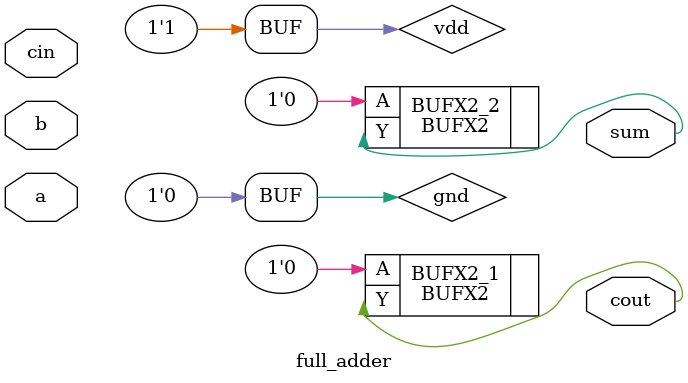
<source format=v>

module full_adder (a, b, cin, sum, cout);

input a;
input b;
input cin;
output sum;
output cout;

wire vdd = 1'b1;
wire gnd = 1'b0;

BUFX2 BUFX2_1 ( .A(gnd), .Y(cout) );
BUFX2 BUFX2_2 ( .A(gnd), .Y(sum) );
endmodule

</source>
